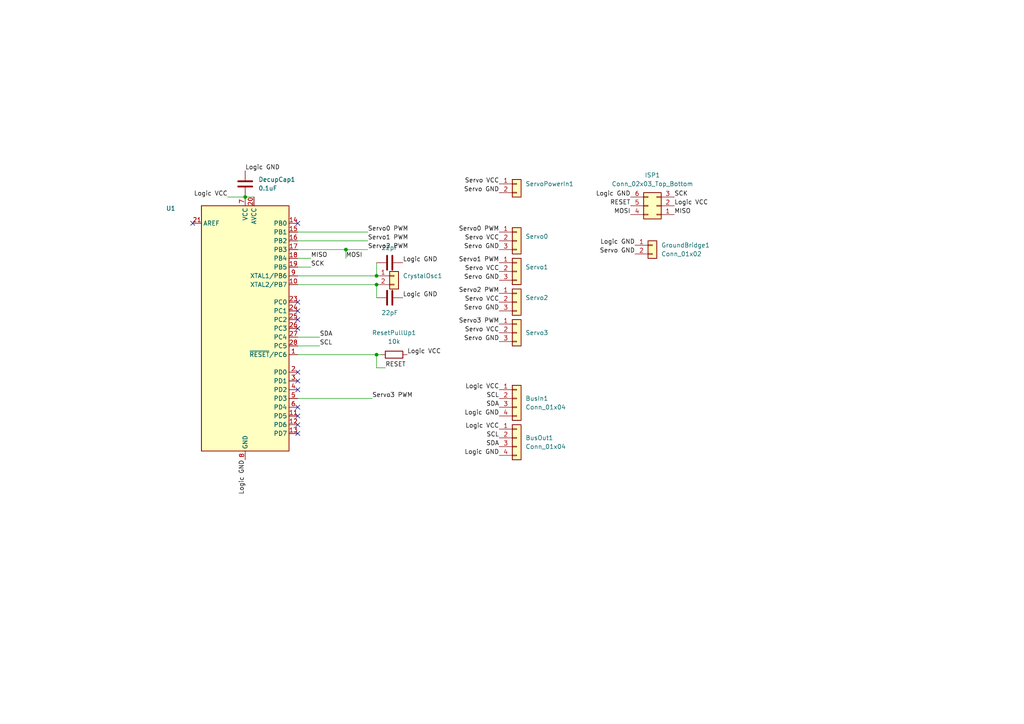
<source format=kicad_sch>
(kicad_sch (version 20211123) (generator eeschema)

  (uuid 9538e4ed-27e6-4c37-b989-9859dc0d49e8)

  (paper "A4")

  (lib_symbols
    (symbol "Conn_01x04_1" (pin_names (offset 1.016) hide) (in_bom yes) (on_board yes)
      (property "Reference" "J" (id 0) (at 0 5.08 0)
        (effects (font (size 1.27 1.27)))
      )
      (property "Value" "Conn_01x04_1" (id 1) (at 0 -7.62 0)
        (effects (font (size 1.27 1.27)))
      )
      (property "Footprint" "" (id 2) (at 0 0 0)
        (effects (font (size 1.27 1.27)) hide)
      )
      (property "Datasheet" "~" (id 3) (at 0 0 0)
        (effects (font (size 1.27 1.27)) hide)
      )
      (property "ki_keywords" "connector" (id 4) (at 0 0 0)
        (effects (font (size 1.27 1.27)) hide)
      )
      (property "ki_description" "Generic connector, single row, 01x04, script generated (kicad-library-utils/schlib/autogen/connector/)" (id 5) (at 0 0 0)
        (effects (font (size 1.27 1.27)) hide)
      )
      (property "ki_fp_filters" "Connector*:*_1x??_*" (id 6) (at 0 0 0)
        (effects (font (size 1.27 1.27)) hide)
      )
      (symbol "Conn_01x04_1_1_1"
        (rectangle (start -1.27 -4.953) (end 0 -5.207)
          (stroke (width 0.1524) (type default) (color 0 0 0 0))
          (fill (type none))
        )
        (rectangle (start -1.27 -2.413) (end 0 -2.667)
          (stroke (width 0.1524) (type default) (color 0 0 0 0))
          (fill (type none))
        )
        (rectangle (start -1.27 0.127) (end 0 -0.127)
          (stroke (width 0.1524) (type default) (color 0 0 0 0))
          (fill (type none))
        )
        (rectangle (start -1.27 2.667) (end 0 2.413)
          (stroke (width 0.1524) (type default) (color 0 0 0 0))
          (fill (type none))
        )
        (rectangle (start -1.27 3.81) (end 1.27 -6.35)
          (stroke (width 0.254) (type default) (color 0 0 0 0))
          (fill (type background))
        )
        (pin passive line (at -5.08 2.54 0) (length 3.81)
          (name "Pin_1" (effects (font (size 1.27 1.27))))
          (number "1" (effects (font (size 1.27 1.27))))
        )
        (pin passive line (at -5.08 0 0) (length 3.81)
          (name "Pin_2" (effects (font (size 1.27 1.27))))
          (number "2" (effects (font (size 1.27 1.27))))
        )
        (pin passive line (at -5.08 -2.54 0) (length 3.81)
          (name "Pin_3" (effects (font (size 1.27 1.27))))
          (number "3" (effects (font (size 1.27 1.27))))
        )
        (pin passive line (at -5.08 -5.08 0) (length 3.81)
          (name "Pin_4" (effects (font (size 1.27 1.27))))
          (number "4" (effects (font (size 1.27 1.27))))
        )
      )
    )
    (symbol "Connector_Generic:Conn_01x02" (pin_names (offset 1.016) hide) (in_bom yes) (on_board yes)
      (property "Reference" "J" (id 0) (at 0 2.54 0)
        (effects (font (size 1.27 1.27)))
      )
      (property "Value" "Conn_01x02" (id 1) (at 0 -5.08 0)
        (effects (font (size 1.27 1.27)))
      )
      (property "Footprint" "" (id 2) (at 0 0 0)
        (effects (font (size 1.27 1.27)) hide)
      )
      (property "Datasheet" "~" (id 3) (at 0 0 0)
        (effects (font (size 1.27 1.27)) hide)
      )
      (property "ki_keywords" "connector" (id 4) (at 0 0 0)
        (effects (font (size 1.27 1.27)) hide)
      )
      (property "ki_description" "Generic connector, single row, 01x02, script generated (kicad-library-utils/schlib/autogen/connector/)" (id 5) (at 0 0 0)
        (effects (font (size 1.27 1.27)) hide)
      )
      (property "ki_fp_filters" "Connector*:*_1x??_*" (id 6) (at 0 0 0)
        (effects (font (size 1.27 1.27)) hide)
      )
      (symbol "Conn_01x02_1_1"
        (rectangle (start -1.27 -2.413) (end 0 -2.667)
          (stroke (width 0.1524) (type default) (color 0 0 0 0))
          (fill (type none))
        )
        (rectangle (start -1.27 0.127) (end 0 -0.127)
          (stroke (width 0.1524) (type default) (color 0 0 0 0))
          (fill (type none))
        )
        (rectangle (start -1.27 1.27) (end 1.27 -3.81)
          (stroke (width 0.254) (type default) (color 0 0 0 0))
          (fill (type background))
        )
        (pin passive line (at -5.08 0 0) (length 3.81)
          (name "Pin_1" (effects (font (size 1.27 1.27))))
          (number "1" (effects (font (size 1.27 1.27))))
        )
        (pin passive line (at -5.08 -2.54 0) (length 3.81)
          (name "Pin_2" (effects (font (size 1.27 1.27))))
          (number "2" (effects (font (size 1.27 1.27))))
        )
      )
    )
    (symbol "Connector_Generic:Conn_01x03" (pin_names (offset 1.016) hide) (in_bom yes) (on_board yes)
      (property "Reference" "J" (id 0) (at 0 5.08 0)
        (effects (font (size 1.27 1.27)))
      )
      (property "Value" "Conn_01x03" (id 1) (at 0 -5.08 0)
        (effects (font (size 1.27 1.27)))
      )
      (property "Footprint" "" (id 2) (at 0 0 0)
        (effects (font (size 1.27 1.27)) hide)
      )
      (property "Datasheet" "~" (id 3) (at 0 0 0)
        (effects (font (size 1.27 1.27)) hide)
      )
      (property "ki_keywords" "connector" (id 4) (at 0 0 0)
        (effects (font (size 1.27 1.27)) hide)
      )
      (property "ki_description" "Generic connector, single row, 01x03, script generated (kicad-library-utils/schlib/autogen/connector/)" (id 5) (at 0 0 0)
        (effects (font (size 1.27 1.27)) hide)
      )
      (property "ki_fp_filters" "Connector*:*_1x??_*" (id 6) (at 0 0 0)
        (effects (font (size 1.27 1.27)) hide)
      )
      (symbol "Conn_01x03_1_1"
        (rectangle (start -1.27 -2.413) (end 0 -2.667)
          (stroke (width 0.1524) (type default) (color 0 0 0 0))
          (fill (type none))
        )
        (rectangle (start -1.27 0.127) (end 0 -0.127)
          (stroke (width 0.1524) (type default) (color 0 0 0 0))
          (fill (type none))
        )
        (rectangle (start -1.27 2.667) (end 0 2.413)
          (stroke (width 0.1524) (type default) (color 0 0 0 0))
          (fill (type none))
        )
        (rectangle (start -1.27 3.81) (end 1.27 -3.81)
          (stroke (width 0.254) (type default) (color 0 0 0 0))
          (fill (type background))
        )
        (pin passive line (at -5.08 2.54 0) (length 3.81)
          (name "Pin_1" (effects (font (size 1.27 1.27))))
          (number "1" (effects (font (size 1.27 1.27))))
        )
        (pin passive line (at -5.08 0 0) (length 3.81)
          (name "Pin_2" (effects (font (size 1.27 1.27))))
          (number "2" (effects (font (size 1.27 1.27))))
        )
        (pin passive line (at -5.08 -2.54 0) (length 3.81)
          (name "Pin_3" (effects (font (size 1.27 1.27))))
          (number "3" (effects (font (size 1.27 1.27))))
        )
      )
    )
    (symbol "Connector_Generic:Conn_01x04" (pin_names (offset 1.016) hide) (in_bom yes) (on_board yes)
      (property "Reference" "J" (id 0) (at 0 5.08 0)
        (effects (font (size 1.27 1.27)))
      )
      (property "Value" "Conn_01x04" (id 1) (at 0 -7.62 0)
        (effects (font (size 1.27 1.27)))
      )
      (property "Footprint" "" (id 2) (at 0 0 0)
        (effects (font (size 1.27 1.27)) hide)
      )
      (property "Datasheet" "~" (id 3) (at 0 0 0)
        (effects (font (size 1.27 1.27)) hide)
      )
      (property "ki_keywords" "connector" (id 4) (at 0 0 0)
        (effects (font (size 1.27 1.27)) hide)
      )
      (property "ki_description" "Generic connector, single row, 01x04, script generated (kicad-library-utils/schlib/autogen/connector/)" (id 5) (at 0 0 0)
        (effects (font (size 1.27 1.27)) hide)
      )
      (property "ki_fp_filters" "Connector*:*_1x??_*" (id 6) (at 0 0 0)
        (effects (font (size 1.27 1.27)) hide)
      )
      (symbol "Conn_01x04_1_1"
        (rectangle (start -1.27 -4.953) (end 0 -5.207)
          (stroke (width 0.1524) (type default) (color 0 0 0 0))
          (fill (type none))
        )
        (rectangle (start -1.27 -2.413) (end 0 -2.667)
          (stroke (width 0.1524) (type default) (color 0 0 0 0))
          (fill (type none))
        )
        (rectangle (start -1.27 0.127) (end 0 -0.127)
          (stroke (width 0.1524) (type default) (color 0 0 0 0))
          (fill (type none))
        )
        (rectangle (start -1.27 2.667) (end 0 2.413)
          (stroke (width 0.1524) (type default) (color 0 0 0 0))
          (fill (type none))
        )
        (rectangle (start -1.27 3.81) (end 1.27 -6.35)
          (stroke (width 0.254) (type default) (color 0 0 0 0))
          (fill (type background))
        )
        (pin passive line (at -5.08 2.54 0) (length 3.81)
          (name "Pin_1" (effects (font (size 1.27 1.27))))
          (number "1" (effects (font (size 1.27 1.27))))
        )
        (pin passive line (at -5.08 0 0) (length 3.81)
          (name "Pin_2" (effects (font (size 1.27 1.27))))
          (number "2" (effects (font (size 1.27 1.27))))
        )
        (pin passive line (at -5.08 -2.54 0) (length 3.81)
          (name "Pin_3" (effects (font (size 1.27 1.27))))
          (number "3" (effects (font (size 1.27 1.27))))
        )
        (pin passive line (at -5.08 -5.08 0) (length 3.81)
          (name "Pin_4" (effects (font (size 1.27 1.27))))
          (number "4" (effects (font (size 1.27 1.27))))
        )
      )
    )
    (symbol "Connector_Generic:Conn_02x03_Top_Bottom" (pin_names (offset 1.016) hide) (in_bom yes) (on_board yes)
      (property "Reference" "J" (id 0) (at 1.27 5.08 0)
        (effects (font (size 1.27 1.27)))
      )
      (property "Value" "Conn_02x03_Top_Bottom" (id 1) (at 1.27 -5.08 0)
        (effects (font (size 1.27 1.27)))
      )
      (property "Footprint" "" (id 2) (at 0 0 0)
        (effects (font (size 1.27 1.27)) hide)
      )
      (property "Datasheet" "~" (id 3) (at 0 0 0)
        (effects (font (size 1.27 1.27)) hide)
      )
      (property "ki_keywords" "connector" (id 4) (at 0 0 0)
        (effects (font (size 1.27 1.27)) hide)
      )
      (property "ki_description" "Generic connector, double row, 02x03, top/bottom pin numbering scheme (row 1: 1...pins_per_row, row2: pins_per_row+1 ... num_pins), script generated (kicad-library-utils/schlib/autogen/connector/)" (id 5) (at 0 0 0)
        (effects (font (size 1.27 1.27)) hide)
      )
      (property "ki_fp_filters" "Connector*:*_2x??_*" (id 6) (at 0 0 0)
        (effects (font (size 1.27 1.27)) hide)
      )
      (symbol "Conn_02x03_Top_Bottom_1_1"
        (rectangle (start -1.27 -2.413) (end 0 -2.667)
          (stroke (width 0.1524) (type default) (color 0 0 0 0))
          (fill (type none))
        )
        (rectangle (start -1.27 0.127) (end 0 -0.127)
          (stroke (width 0.1524) (type default) (color 0 0 0 0))
          (fill (type none))
        )
        (rectangle (start -1.27 2.667) (end 0 2.413)
          (stroke (width 0.1524) (type default) (color 0 0 0 0))
          (fill (type none))
        )
        (rectangle (start -1.27 3.81) (end 3.81 -3.81)
          (stroke (width 0.254) (type default) (color 0 0 0 0))
          (fill (type background))
        )
        (rectangle (start 3.81 -2.413) (end 2.54 -2.667)
          (stroke (width 0.1524) (type default) (color 0 0 0 0))
          (fill (type none))
        )
        (rectangle (start 3.81 0.127) (end 2.54 -0.127)
          (stroke (width 0.1524) (type default) (color 0 0 0 0))
          (fill (type none))
        )
        (rectangle (start 3.81 2.667) (end 2.54 2.413)
          (stroke (width 0.1524) (type default) (color 0 0 0 0))
          (fill (type none))
        )
        (pin passive line (at -5.08 2.54 0) (length 3.81)
          (name "Pin_1" (effects (font (size 1.27 1.27))))
          (number "1" (effects (font (size 1.27 1.27))))
        )
        (pin passive line (at -5.08 0 0) (length 3.81)
          (name "Pin_2" (effects (font (size 1.27 1.27))))
          (number "2" (effects (font (size 1.27 1.27))))
        )
        (pin passive line (at -5.08 -2.54 0) (length 3.81)
          (name "Pin_3" (effects (font (size 1.27 1.27))))
          (number "3" (effects (font (size 1.27 1.27))))
        )
        (pin passive line (at 7.62 2.54 180) (length 3.81)
          (name "Pin_4" (effects (font (size 1.27 1.27))))
          (number "4" (effects (font (size 1.27 1.27))))
        )
        (pin passive line (at 7.62 0 180) (length 3.81)
          (name "Pin_5" (effects (font (size 1.27 1.27))))
          (number "5" (effects (font (size 1.27 1.27))))
        )
        (pin passive line (at 7.62 -2.54 180) (length 3.81)
          (name "Pin_6" (effects (font (size 1.27 1.27))))
          (number "6" (effects (font (size 1.27 1.27))))
        )
      )
    )
    (symbol "Device:C" (pin_numbers hide) (pin_names (offset 0.254)) (in_bom yes) (on_board yes)
      (property "Reference" "C" (id 0) (at 0.635 2.54 0)
        (effects (font (size 1.27 1.27)) (justify left))
      )
      (property "Value" "C" (id 1) (at 0.635 -2.54 0)
        (effects (font (size 1.27 1.27)) (justify left))
      )
      (property "Footprint" "" (id 2) (at 0.9652 -3.81 0)
        (effects (font (size 1.27 1.27)) hide)
      )
      (property "Datasheet" "~" (id 3) (at 0 0 0)
        (effects (font (size 1.27 1.27)) hide)
      )
      (property "ki_keywords" "cap capacitor" (id 4) (at 0 0 0)
        (effects (font (size 1.27 1.27)) hide)
      )
      (property "ki_description" "Unpolarized capacitor" (id 5) (at 0 0 0)
        (effects (font (size 1.27 1.27)) hide)
      )
      (property "ki_fp_filters" "C_*" (id 6) (at 0 0 0)
        (effects (font (size 1.27 1.27)) hide)
      )
      (symbol "C_0_1"
        (polyline
          (pts
            (xy -2.032 -0.762)
            (xy 2.032 -0.762)
          )
          (stroke (width 0.508) (type default) (color 0 0 0 0))
          (fill (type none))
        )
        (polyline
          (pts
            (xy -2.032 0.762)
            (xy 2.032 0.762)
          )
          (stroke (width 0.508) (type default) (color 0 0 0 0))
          (fill (type none))
        )
      )
      (symbol "C_1_1"
        (pin passive line (at 0 3.81 270) (length 2.794)
          (name "~" (effects (font (size 1.27 1.27))))
          (number "1" (effects (font (size 1.27 1.27))))
        )
        (pin passive line (at 0 -3.81 90) (length 2.794)
          (name "~" (effects (font (size 1.27 1.27))))
          (number "2" (effects (font (size 1.27 1.27))))
        )
      )
    )
    (symbol "Device:R" (pin_numbers hide) (pin_names (offset 0)) (in_bom yes) (on_board yes)
      (property "Reference" "R" (id 0) (at 2.032 0 90)
        (effects (font (size 1.27 1.27)))
      )
      (property "Value" "R" (id 1) (at 0 0 90)
        (effects (font (size 1.27 1.27)))
      )
      (property "Footprint" "" (id 2) (at -1.778 0 90)
        (effects (font (size 1.27 1.27)) hide)
      )
      (property "Datasheet" "~" (id 3) (at 0 0 0)
        (effects (font (size 1.27 1.27)) hide)
      )
      (property "ki_keywords" "R res resistor" (id 4) (at 0 0 0)
        (effects (font (size 1.27 1.27)) hide)
      )
      (property "ki_description" "Resistor" (id 5) (at 0 0 0)
        (effects (font (size 1.27 1.27)) hide)
      )
      (property "ki_fp_filters" "R_*" (id 6) (at 0 0 0)
        (effects (font (size 1.27 1.27)) hide)
      )
      (symbol "R_0_1"
        (rectangle (start -1.016 -2.54) (end 1.016 2.54)
          (stroke (width 0.254) (type default) (color 0 0 0 0))
          (fill (type none))
        )
      )
      (symbol "R_1_1"
        (pin passive line (at 0 3.81 270) (length 1.27)
          (name "~" (effects (font (size 1.27 1.27))))
          (number "1" (effects (font (size 1.27 1.27))))
        )
        (pin passive line (at 0 -3.81 90) (length 1.27)
          (name "~" (effects (font (size 1.27 1.27))))
          (number "2" (effects (font (size 1.27 1.27))))
        )
      )
    )
    (symbol "MCU_Microchip_ATmega:ATmega328-P" (in_bom yes) (on_board yes)
      (property "Reference" "U" (id 0) (at -12.7 36.83 0)
        (effects (font (size 1.27 1.27)) (justify left bottom))
      )
      (property "Value" "ATmega328-P" (id 1) (at 2.54 -36.83 0)
        (effects (font (size 1.27 1.27)) (justify left top))
      )
      (property "Footprint" "Package_DIP:DIP-28_W7.62mm" (id 2) (at 0 0 0)
        (effects (font (size 1.27 1.27) italic) hide)
      )
      (property "Datasheet" "http://ww1.microchip.com/downloads/en/DeviceDoc/ATmega328_P%20AVR%20MCU%20with%20picoPower%20Technology%20Data%20Sheet%2040001984A.pdf" (id 3) (at 0 0 0)
        (effects (font (size 1.27 1.27)) hide)
      )
      (property "ki_keywords" "AVR 8bit Microcontroller MegaAVR" (id 4) (at 0 0 0)
        (effects (font (size 1.27 1.27)) hide)
      )
      (property "ki_description" "20MHz, 32kB Flash, 2kB SRAM, 1kB EEPROM, DIP-28" (id 5) (at 0 0 0)
        (effects (font (size 1.27 1.27)) hide)
      )
      (property "ki_fp_filters" "DIP*W7.62mm*" (id 6) (at 0 0 0)
        (effects (font (size 1.27 1.27)) hide)
      )
      (symbol "ATmega328-P_0_1"
        (rectangle (start -12.7 -35.56) (end 12.7 35.56)
          (stroke (width 0.254) (type default) (color 0 0 0 0))
          (fill (type background))
        )
      )
      (symbol "ATmega328-P_1_1"
        (pin bidirectional line (at 15.24 -7.62 180) (length 2.54)
          (name "~{RESET}/PC6" (effects (font (size 1.27 1.27))))
          (number "1" (effects (font (size 1.27 1.27))))
        )
        (pin bidirectional line (at 15.24 12.7 180) (length 2.54)
          (name "XTAL2/PB7" (effects (font (size 1.27 1.27))))
          (number "10" (effects (font (size 1.27 1.27))))
        )
        (pin bidirectional line (at 15.24 -25.4 180) (length 2.54)
          (name "PD5" (effects (font (size 1.27 1.27))))
          (number "11" (effects (font (size 1.27 1.27))))
        )
        (pin bidirectional line (at 15.24 -27.94 180) (length 2.54)
          (name "PD6" (effects (font (size 1.27 1.27))))
          (number "12" (effects (font (size 1.27 1.27))))
        )
        (pin bidirectional line (at 15.24 -30.48 180) (length 2.54)
          (name "PD7" (effects (font (size 1.27 1.27))))
          (number "13" (effects (font (size 1.27 1.27))))
        )
        (pin bidirectional line (at 15.24 30.48 180) (length 2.54)
          (name "PB0" (effects (font (size 1.27 1.27))))
          (number "14" (effects (font (size 1.27 1.27))))
        )
        (pin bidirectional line (at 15.24 27.94 180) (length 2.54)
          (name "PB1" (effects (font (size 1.27 1.27))))
          (number "15" (effects (font (size 1.27 1.27))))
        )
        (pin bidirectional line (at 15.24 25.4 180) (length 2.54)
          (name "PB2" (effects (font (size 1.27 1.27))))
          (number "16" (effects (font (size 1.27 1.27))))
        )
        (pin bidirectional line (at 15.24 22.86 180) (length 2.54)
          (name "PB3" (effects (font (size 1.27 1.27))))
          (number "17" (effects (font (size 1.27 1.27))))
        )
        (pin bidirectional line (at 15.24 20.32 180) (length 2.54)
          (name "PB4" (effects (font (size 1.27 1.27))))
          (number "18" (effects (font (size 1.27 1.27))))
        )
        (pin bidirectional line (at 15.24 17.78 180) (length 2.54)
          (name "PB5" (effects (font (size 1.27 1.27))))
          (number "19" (effects (font (size 1.27 1.27))))
        )
        (pin bidirectional line (at 15.24 -12.7 180) (length 2.54)
          (name "PD0" (effects (font (size 1.27 1.27))))
          (number "2" (effects (font (size 1.27 1.27))))
        )
        (pin power_in line (at 2.54 38.1 270) (length 2.54)
          (name "AVCC" (effects (font (size 1.27 1.27))))
          (number "20" (effects (font (size 1.27 1.27))))
        )
        (pin passive line (at -15.24 30.48 0) (length 2.54)
          (name "AREF" (effects (font (size 1.27 1.27))))
          (number "21" (effects (font (size 1.27 1.27))))
        )
        (pin passive line (at 0 -38.1 90) (length 2.54) hide
          (name "GND" (effects (font (size 1.27 1.27))))
          (number "22" (effects (font (size 1.27 1.27))))
        )
        (pin bidirectional line (at 15.24 7.62 180) (length 2.54)
          (name "PC0" (effects (font (size 1.27 1.27))))
          (number "23" (effects (font (size 1.27 1.27))))
        )
        (pin bidirectional line (at 15.24 5.08 180) (length 2.54)
          (name "PC1" (effects (font (size 1.27 1.27))))
          (number "24" (effects (font (size 1.27 1.27))))
        )
        (pin bidirectional line (at 15.24 2.54 180) (length 2.54)
          (name "PC2" (effects (font (size 1.27 1.27))))
          (number "25" (effects (font (size 1.27 1.27))))
        )
        (pin bidirectional line (at 15.24 0 180) (length 2.54)
          (name "PC3" (effects (font (size 1.27 1.27))))
          (number "26" (effects (font (size 1.27 1.27))))
        )
        (pin bidirectional line (at 15.24 -2.54 180) (length 2.54)
          (name "PC4" (effects (font (size 1.27 1.27))))
          (number "27" (effects (font (size 1.27 1.27))))
        )
        (pin bidirectional line (at 15.24 -5.08 180) (length 2.54)
          (name "PC5" (effects (font (size 1.27 1.27))))
          (number "28" (effects (font (size 1.27 1.27))))
        )
        (pin bidirectional line (at 15.24 -15.24 180) (length 2.54)
          (name "PD1" (effects (font (size 1.27 1.27))))
          (number "3" (effects (font (size 1.27 1.27))))
        )
        (pin bidirectional line (at 15.24 -17.78 180) (length 2.54)
          (name "PD2" (effects (font (size 1.27 1.27))))
          (number "4" (effects (font (size 1.27 1.27))))
        )
        (pin bidirectional line (at 15.24 -20.32 180) (length 2.54)
          (name "PD3" (effects (font (size 1.27 1.27))))
          (number "5" (effects (font (size 1.27 1.27))))
        )
        (pin bidirectional line (at 15.24 -22.86 180) (length 2.54)
          (name "PD4" (effects (font (size 1.27 1.27))))
          (number "6" (effects (font (size 1.27 1.27))))
        )
        (pin power_in line (at 0 38.1 270) (length 2.54)
          (name "VCC" (effects (font (size 1.27 1.27))))
          (number "7" (effects (font (size 1.27 1.27))))
        )
        (pin power_in line (at 0 -38.1 90) (length 2.54)
          (name "GND" (effects (font (size 1.27 1.27))))
          (number "8" (effects (font (size 1.27 1.27))))
        )
        (pin bidirectional line (at 15.24 15.24 180) (length 2.54)
          (name "XTAL1/PB6" (effects (font (size 1.27 1.27))))
          (number "9" (effects (font (size 1.27 1.27))))
        )
      )
    )
  )

  (junction (at 71.12 57.15) (diameter 0) (color 0 0 0 0)
    (uuid 11b8beba-e90c-4368-b00b-daa0e884d481)
  )
  (junction (at 109.22 102.87) (diameter 0) (color 0 0 0 0)
    (uuid 46e0cebb-3eac-4226-ba0b-05e25971429e)
  )
  (junction (at 100.33 72.39) (diameter 0) (color 0 0 0 0)
    (uuid dc2d36c3-f4c9-484d-a532-a38278dfe640)
  )
  (junction (at 109.22 82.55) (diameter 0) (color 0 0 0 0)
    (uuid e0e731f4-4207-4d29-8843-f1230d130b30)
  )
  (junction (at 109.22 80.01) (diameter 0) (color 0 0 0 0)
    (uuid f2c98944-93a1-4acc-91b1-15f036247f40)
  )

  (no_connect (at 86.36 64.77) (uuid 0af1eb22-8db0-47d8-8cb9-1889a61ef4ed))
  (no_connect (at 86.36 118.11) (uuid 0af1eb22-8db0-47d8-8cb9-1889a61ef4f0))
  (no_connect (at 86.36 120.65) (uuid 0af1eb22-8db0-47d8-8cb9-1889a61ef4f1))
  (no_connect (at 86.36 125.73) (uuid 0af1eb22-8db0-47d8-8cb9-1889a61ef4f2))
  (no_connect (at 86.36 123.19) (uuid 0af1eb22-8db0-47d8-8cb9-1889a61ef4f3))
  (no_connect (at 55.88 64.77) (uuid 0af1eb22-8db0-47d8-8cb9-1889a61ef4f4))
  (no_connect (at 86.36 90.17) (uuid 0af1eb22-8db0-47d8-8cb9-1889a61ef4f6))
  (no_connect (at 86.36 92.71) (uuid 0af1eb22-8db0-47d8-8cb9-1889a61ef4f7))
  (no_connect (at 86.36 95.25) (uuid 0af1eb22-8db0-47d8-8cb9-1889a61ef4f8))
  (no_connect (at 86.36 87.63) (uuid 0af1eb22-8db0-47d8-8cb9-1889a61ef4fe))
  (no_connect (at 86.36 113.03) (uuid 0af1eb22-8db0-47d8-8cb9-1889a61ef4ff))
  (no_connect (at 86.36 107.95) (uuid 0af1eb22-8db0-47d8-8cb9-1889a61ef500))
  (no_connect (at 86.36 110.49) (uuid 0af1eb22-8db0-47d8-8cb9-1889a61ef501))

  (wire (pts (xy 86.36 77.47) (xy 90.17 77.47))
    (stroke (width 0) (type default) (color 0 0 0 0))
    (uuid 05f7a41d-f278-4da3-a466-38b107bd1543)
  )
  (wire (pts (xy 86.36 82.55) (xy 109.22 82.55))
    (stroke (width 0) (type default) (color 0 0 0 0))
    (uuid 11a6e40f-736e-4ff5-aebc-79ef7aa0d244)
  )
  (wire (pts (xy 86.36 102.87) (xy 109.22 102.87))
    (stroke (width 0) (type default) (color 0 0 0 0))
    (uuid 1c95cacd-6936-48ec-a7c6-aab78eb2eb32)
  )
  (wire (pts (xy 86.36 67.31) (xy 106.68 67.31))
    (stroke (width 0) (type default) (color 0 0 0 0))
    (uuid 1f46bb9b-7d3e-4e21-b243-cd7927875b67)
  )
  (wire (pts (xy 100.33 72.39) (xy 106.68 72.39))
    (stroke (width 0) (type default) (color 0 0 0 0))
    (uuid 4299c95d-d023-48bb-a76f-27b2ce274c21)
  )
  (wire (pts (xy 109.22 102.87) (xy 110.49 102.87))
    (stroke (width 0) (type default) (color 0 0 0 0))
    (uuid 45d74da9-b66f-463e-993f-7569ae8c14ac)
  )
  (wire (pts (xy 86.36 97.79) (xy 92.71 97.79))
    (stroke (width 0) (type default) (color 0 0 0 0))
    (uuid 5852443c-d6b1-414f-a479-20b446edd309)
  )
  (wire (pts (xy 86.36 100.33) (xy 92.71 100.33))
    (stroke (width 0) (type default) (color 0 0 0 0))
    (uuid 5c3e39fe-b953-440e-afb3-f8bf1d0b3bb4)
  )
  (wire (pts (xy 86.36 69.85) (xy 106.68 69.85))
    (stroke (width 0) (type default) (color 0 0 0 0))
    (uuid 5cad4ea4-67e9-45df-ba12-36ff525d7b68)
  )
  (wire (pts (xy 100.33 72.39) (xy 100.33 74.93))
    (stroke (width 0) (type default) (color 0 0 0 0))
    (uuid 5e55557d-d40e-4fbc-ab37-78de8bbb0d96)
  )
  (wire (pts (xy 109.22 76.2) (xy 109.22 80.01))
    (stroke (width 0) (type default) (color 0 0 0 0))
    (uuid 65178e1b-2d96-4d99-b9f4-36db6699e059)
  )
  (wire (pts (xy 86.36 80.01) (xy 109.22 80.01))
    (stroke (width 0) (type default) (color 0 0 0 0))
    (uuid 733a0a39-cbdc-4e43-ad8a-3b5860abfbd8)
  )
  (wire (pts (xy 86.36 72.39) (xy 100.33 72.39))
    (stroke (width 0) (type default) (color 0 0 0 0))
    (uuid 75e392ba-7c3f-400d-bc78-10992bc8ab11)
  )
  (wire (pts (xy 71.12 57.15) (xy 73.66 57.15))
    (stroke (width 0) (type default) (color 0 0 0 0))
    (uuid 7a86bf7d-69ff-410f-8ee7-d09db8d8408f)
  )
  (wire (pts (xy 109.22 106.68) (xy 109.22 102.87))
    (stroke (width 0) (type default) (color 0 0 0 0))
    (uuid 88fc82c8-5e16-4091-b799-65617766f810)
  )
  (wire (pts (xy 109.22 82.55) (xy 109.22 86.36))
    (stroke (width 0) (type default) (color 0 0 0 0))
    (uuid 8b6d78ee-5bb9-4548-a25f-61417ce59b55)
  )
  (wire (pts (xy 86.36 74.93) (xy 90.17 74.93))
    (stroke (width 0) (type default) (color 0 0 0 0))
    (uuid bed41b3d-df42-4ef7-9af2-4f2287bc3255)
  )
  (wire (pts (xy 86.36 115.57) (xy 107.95 115.57))
    (stroke (width 0) (type default) (color 0 0 0 0))
    (uuid c5cc9390-6025-4bb0-bef6-df7371696608)
  )
  (wire (pts (xy 66.04 57.15) (xy 71.12 57.15))
    (stroke (width 0) (type default) (color 0 0 0 0))
    (uuid c7062c58-9a27-4d89-9a6e-9bc793667f65)
  )
  (wire (pts (xy 111.76 106.68) (xy 109.22 106.68))
    (stroke (width 0) (type default) (color 0 0 0 0))
    (uuid ca2a547a-c33a-4d71-888e-4fd98f8cc938)
  )

  (label "Logic VCC" (at 195.58 59.69 0)
    (effects (font (size 1.27 1.27)) (justify left bottom))
    (uuid 00134217-e3c0-4305-be9f-92e99ff940f4)
  )
  (label "SDA" (at 92.71 97.79 0)
    (effects (font (size 1.27 1.27)) (justify left bottom))
    (uuid 0397028d-8f22-4141-8ca0-734f3a73e3a7)
  )
  (label "SCK" (at 90.17 77.47 0)
    (effects (font (size 1.27 1.27)) (justify left bottom))
    (uuid 06a42422-c9ea-4ab2-acf7-ad6269a0448d)
  )
  (label "MISO" (at 195.58 62.23 0)
    (effects (font (size 1.27 1.27)) (justify left bottom))
    (uuid 0888cdc9-21ca-4495-b1ea-98a0130ab1c1)
  )
  (label "Servo GND" (at 144.78 90.17 180)
    (effects (font (size 1.27 1.27)) (justify right bottom))
    (uuid 0db716fc-76e7-42d1-8461-626c346ff7b4)
  )
  (label "SCL" (at 144.78 115.57 180)
    (effects (font (size 1.27 1.27)) (justify right bottom))
    (uuid 152e88e2-10fd-4968-81be-a4dad9cd656d)
  )
  (label "Servo0 PWM" (at 106.68 67.31 0)
    (effects (font (size 1.27 1.27)) (justify left bottom))
    (uuid 1c96deaf-59e7-44cb-a32f-b4c65c7f7115)
  )
  (label "Logic GND" (at 71.12 133.35 270)
    (effects (font (size 1.27 1.27)) (justify right bottom))
    (uuid 1cdb180c-64ac-4331-bc3b-a8481ab13469)
  )
  (label "Servo GND" (at 144.78 99.06 180)
    (effects (font (size 1.27 1.27)) (justify right bottom))
    (uuid 229e1897-e452-4eaf-866c-4941af1f8879)
  )
  (label "Logic GND" (at 116.84 86.36 0)
    (effects (font (size 1.27 1.27)) (justify left bottom))
    (uuid 254aeef5-233e-435c-a8f7-742adee65ba0)
  )
  (label "Servo2 PWM" (at 106.68 72.39 0)
    (effects (font (size 1.27 1.27)) (justify left bottom))
    (uuid 2785800b-1a38-48ff-85a7-850261b8be1d)
  )
  (label "SCK" (at 195.58 57.15 0)
    (effects (font (size 1.27 1.27)) (justify left bottom))
    (uuid 2807793f-2348-49f9-9dc3-4463159e5569)
  )
  (label "MOSI" (at 182.88 62.23 180)
    (effects (font (size 1.27 1.27)) (justify right bottom))
    (uuid 2a7e2a20-4c4a-4b0e-9d71-89965e2081a8)
  )
  (label "SCL" (at 144.78 127 180)
    (effects (font (size 1.27 1.27)) (justify right bottom))
    (uuid 35601600-1163-4a53-8b40-dd539dfa5206)
  )
  (label "Servo3 PWM" (at 107.95 115.57 0)
    (effects (font (size 1.27 1.27)) (justify left bottom))
    (uuid 3f15f7e1-6573-4abc-8253-117352fcf348)
  )
  (label "Servo VCC" (at 144.78 78.74 180)
    (effects (font (size 1.27 1.27)) (justify right bottom))
    (uuid 430a0440-1ef8-49d2-aab0-b88ea74a8798)
  )
  (label "Logic VCC" (at 118.11 102.87 0)
    (effects (font (size 1.27 1.27)) (justify left bottom))
    (uuid 441567ee-1098-4bde-a9ac-02919763ab04)
  )
  (label "Servo0 PWM" (at 144.78 67.31 180)
    (effects (font (size 1.27 1.27)) (justify right bottom))
    (uuid 451eac64-965a-410c-b4e9-0f8cb31c7d32)
  )
  (label "Servo GND" (at 144.78 81.28 180)
    (effects (font (size 1.27 1.27)) (justify right bottom))
    (uuid 516fa6b7-f5eb-4b89-b5e8-dd8345cd4c59)
  )
  (label "SDA" (at 144.78 129.54 180)
    (effects (font (size 1.27 1.27)) (justify right bottom))
    (uuid 5c56b697-336a-4e25-b0bd-f7bf8ac44b86)
  )
  (label "Logic GND" (at 116.84 76.2 0)
    (effects (font (size 1.27 1.27)) (justify left bottom))
    (uuid 5cc04aae-153f-46c2-9ada-74b847d93476)
  )
  (label "Servo VCC" (at 144.78 87.63 180)
    (effects (font (size 1.27 1.27)) (justify right bottom))
    (uuid 6009ce6a-75c0-4376-9eee-fb2c2b3d4e3d)
  )
  (label "RESET" (at 111.76 106.68 0)
    (effects (font (size 1.27 1.27)) (justify left bottom))
    (uuid 62664196-ab9a-47a3-bdde-ec51441c6fdd)
  )
  (label "Servo2 PWM" (at 144.78 85.09 180)
    (effects (font (size 1.27 1.27)) (justify right bottom))
    (uuid 66cb25f8-a2f3-48ae-a9d4-9930c18b933f)
  )
  (label "RESET" (at 182.88 59.69 180)
    (effects (font (size 1.27 1.27)) (justify right bottom))
    (uuid 6cebb2af-5fdc-4ed2-9418-7a7f26098578)
  )
  (label "Servo GND" (at 184.15 73.66 180)
    (effects (font (size 1.27 1.27)) (justify right bottom))
    (uuid 6fd5e3a9-c40b-4c6d-9a06-6161d1e01711)
  )
  (label "SDA" (at 144.78 118.11 180)
    (effects (font (size 1.27 1.27)) (justify right bottom))
    (uuid 7530f27a-0623-459e-b46a-bd95ac2e50b1)
  )
  (label "Servo VCC" (at 144.78 96.52 180)
    (effects (font (size 1.27 1.27)) (justify right bottom))
    (uuid 791e4076-f916-4a94-ae84-d8d7501c8fe1)
  )
  (label "Servo GND" (at 144.78 72.39 180)
    (effects (font (size 1.27 1.27)) (justify right bottom))
    (uuid 87534b58-e0c1-4c68-aa23-f05c1223053a)
  )
  (label "Servo3 PWM" (at 144.78 93.98 180)
    (effects (font (size 1.27 1.27)) (justify right bottom))
    (uuid 88ba1754-b172-43b0-809b-d93161ae755e)
  )
  (label "Servo GND" (at 144.78 55.88 180)
    (effects (font (size 1.27 1.27)) (justify right bottom))
    (uuid 90d9b6ac-b529-45c9-b457-b18c39ae2b63)
  )
  (label "Logic GND" (at 144.78 132.08 180)
    (effects (font (size 1.27 1.27)) (justify right bottom))
    (uuid 98931a8c-eb96-410d-8ad3-723dec16ecc3)
  )
  (label "Logic VCC" (at 144.78 113.03 180)
    (effects (font (size 1.27 1.27)) (justify right bottom))
    (uuid a35be4cb-149a-4dbb-87ad-c2760e574abb)
  )
  (label "Servo VCC" (at 144.78 69.85 180)
    (effects (font (size 1.27 1.27)) (justify right bottom))
    (uuid a58437a2-c5aa-4e3b-8457-8df1c17493b6)
  )
  (label "Servo1 PWM" (at 106.68 69.85 0)
    (effects (font (size 1.27 1.27)) (justify left bottom))
    (uuid a6995bb7-c401-4c91-8ce6-90935acf121d)
  )
  (label "Servo VCC" (at 144.78 53.34 180)
    (effects (font (size 1.27 1.27)) (justify right bottom))
    (uuid a7d2451a-aa47-4e81-a909-9695bc5d57c9)
  )
  (label "Logic GND" (at 144.78 120.65 180)
    (effects (font (size 1.27 1.27)) (justify right bottom))
    (uuid adf60c08-3232-4374-b3a3-0ff9cebb05cb)
  )
  (label "MISO" (at 90.17 74.93 0)
    (effects (font (size 1.27 1.27)) (justify left bottom))
    (uuid b84a167c-f068-4b44-85c4-d37eab3538df)
  )
  (label "Logic GND" (at 184.15 71.12 180)
    (effects (font (size 1.27 1.27)) (justify right bottom))
    (uuid bf41411e-3f12-48d8-b48b-6356df3581c7)
  )
  (label "Logic VCC" (at 66.04 57.15 180)
    (effects (font (size 1.27 1.27)) (justify right bottom))
    (uuid c933a77a-5f36-42fe-b1f0-c809319f4ad7)
  )
  (label "MOSI" (at 100.33 74.93 0)
    (effects (font (size 1.27 1.27)) (justify left bottom))
    (uuid d3710a8c-69ba-4b05-93cb-d56190abb03e)
  )
  (label "SCL" (at 92.71 100.33 0)
    (effects (font (size 1.27 1.27)) (justify left bottom))
    (uuid d6a5bf0e-82ca-4964-8933-acea2b7b318d)
  )
  (label "Logic GND" (at 71.12 49.53 0)
    (effects (font (size 1.27 1.27)) (justify left bottom))
    (uuid e0c5b789-b8f4-4547-bb13-9b7dfd52cb88)
  )
  (label "Logic GND" (at 182.88 57.15 180)
    (effects (font (size 1.27 1.27)) (justify right bottom))
    (uuid ebbc43d7-2147-4d2a-b371-d13ee6abe148)
  )
  (label "Logic VCC" (at 144.78 124.46 180)
    (effects (font (size 1.27 1.27)) (justify right bottom))
    (uuid f86a8213-ae27-4830-955d-45cd975acc54)
  )
  (label "Servo1 PWM" (at 144.78 76.2 180)
    (effects (font (size 1.27 1.27)) (justify right bottom))
    (uuid f9de72ca-73a8-42c2-920c-069272dd3130)
  )

  (symbol (lib_id "Device:C") (at 71.12 53.34 0) (unit 1)
    (in_bom yes) (on_board yes) (fields_autoplaced)
    (uuid 22836cbb-7b01-4845-8703-26ea7e6cc54c)
    (property "Reference" "DecupCap1" (id 0) (at 74.93 52.0699 0)
      (effects (font (size 1.27 1.27)) (justify left))
    )
    (property "Value" "0.1uF" (id 1) (at 74.93 54.6099 0)
      (effects (font (size 1.27 1.27)) (justify left))
    )
    (property "Footprint" "Capacitor_THT:C_Disc_D4.3mm_W1.9mm_P5.00mm" (id 2) (at 72.0852 57.15 0)
      (effects (font (size 1.27 1.27)) hide)
    )
    (property "Datasheet" "~" (id 3) (at 71.12 53.34 0)
      (effects (font (size 1.27 1.27)) hide)
    )
    (pin "1" (uuid 2cf6b1d5-b7d9-4f7f-b4d0-afe73962c58f))
    (pin "2" (uuid f8b88918-68f4-414d-aa02-a9cf5db5c9b0))
  )

  (symbol (lib_id "Device:C") (at 113.03 76.2 90) (unit 1)
    (in_bom yes) (on_board yes) (fields_autoplaced)
    (uuid 24c6f03f-d27d-405d-882d-1b3313c7f159)
    (property "Reference" "OscCap1" (id 0) (at 113.03 68.58 90)
      (effects (font (size 1.27 1.27)) hide)
    )
    (property "Value" "" (id 1) (at 113.03 71.12 90)
      (effects (font (size 1.27 1.27)) (justify bottom))
    )
    (property "Footprint" "" (id 2) (at 116.84 75.2348 0)
      (effects (font (size 1.27 1.27)) hide)
    )
    (property "Datasheet" "~" (id 3) (at 113.03 76.2 0)
      (effects (font (size 1.27 1.27)) hide)
    )
    (pin "1" (uuid 48e6562c-fac8-4b42-a3a2-d6f43a18b390))
    (pin "2" (uuid 83349298-d6ed-43d1-ae86-e3f57aec828b))
  )

  (symbol (lib_id "Device:C") (at 113.03 86.36 90) (mirror x) (unit 1)
    (in_bom yes) (on_board yes)
    (uuid 2c92a7e2-b851-4818-8b3a-d26317a80ca8)
    (property "Reference" "OscCap2" (id 0) (at 113.03 93.98 90)
      (effects (font (size 1.27 1.27)) (justify bottom) hide)
    )
    (property "Value" "" (id 1) (at 113.03 91.44 90)
      (effects (font (size 1.27 1.27)) (justify bottom))
    )
    (property "Footprint" "" (id 2) (at 116.84 87.3252 0)
      (effects (font (size 1.27 1.27)) hide)
    )
    (property "Datasheet" "~" (id 3) (at 113.03 86.36 0)
      (effects (font (size 1.27 1.27)) hide)
    )
    (pin "1" (uuid 8f9d60d7-860b-4215-a223-bc59b34107a2))
    (pin "2" (uuid e54dfa6d-f68b-4fd6-abac-2262be0c80e5))
  )

  (symbol (lib_id "Connector_Generic:Conn_01x03") (at 149.86 96.52 0) (unit 1)
    (in_bom yes) (on_board yes) (fields_autoplaced)
    (uuid 3eb3f2ed-ea56-4d51-b03b-de3f41c24265)
    (property "Reference" "Servo3" (id 0) (at 152.4 96.5199 0)
      (effects (font (size 1.27 1.27)) (justify left))
    )
    (property "Value" "Conn_01x03" (id 1) (at 152.4 97.7899 0)
      (effects (font (size 1.27 1.27)) (justify left) hide)
    )
    (property "Footprint" "Connector_PinHeader_2.54mm:PinHeader_1x03_P2.54mm_Horizontal" (id 2) (at 149.86 96.52 0)
      (effects (font (size 1.27 1.27)) hide)
    )
    (property "Datasheet" "~" (id 3) (at 149.86 96.52 0)
      (effects (font (size 1.27 1.27)) hide)
    )
    (pin "1" (uuid 519ca264-8d12-4e7b-8f2b-27212a0d794c))
    (pin "2" (uuid 5ed7e370-abac-49e2-a869-7466efb26266))
    (pin "3" (uuid 07bb7038-ab30-4815-9c2c-b3a8370e6d64))
  )

  (symbol (lib_id "Connector_Generic:Conn_01x03") (at 149.86 69.85 0) (unit 1)
    (in_bom yes) (on_board yes) (fields_autoplaced)
    (uuid 4cb4ec2e-02f5-4446-8447-db3933681d2a)
    (property "Reference" "Servo0" (id 0) (at 152.4 68.5799 0)
      (effects (font (size 1.27 1.27)) (justify left))
    )
    (property "Value" "Conn_01x03" (id 1) (at 152.4 71.1199 0)
      (effects (font (size 1.27 1.27)) (justify left) hide)
    )
    (property "Footprint" "Connector_PinHeader_2.54mm:PinHeader_1x03_P2.54mm_Horizontal" (id 2) (at 149.86 69.85 0)
      (effects (font (size 1.27 1.27)) hide)
    )
    (property "Datasheet" "~" (id 3) (at 149.86 69.85 0)
      (effects (font (size 1.27 1.27)) hide)
    )
    (pin "1" (uuid 44caae53-1a52-43c9-bdd2-601a68a99b9d))
    (pin "2" (uuid 6e58d35e-842e-41f9-b302-a0606bc2c8e5))
    (pin "3" (uuid 7622577b-cb45-48f8-91b9-adcbe403ee14))
  )

  (symbol (lib_id "Connector_Generic:Conn_01x02") (at 149.86 53.34 0) (unit 1)
    (in_bom yes) (on_board yes) (fields_autoplaced)
    (uuid 67b7fea6-329c-4742-86d8-18091aea6301)
    (property "Reference" "ServoPowerIn1" (id 0) (at 152.4 53.3399 0)
      (effects (font (size 1.27 1.27)) (justify left))
    )
    (property "Value" "Conn_01x02" (id 1) (at 152.4 55.8799 0)
      (effects (font (size 1.27 1.27)) (justify left) hide)
    )
    (property "Footprint" "Connector_Molex:Molex_KK-254_AE-6410-02A_1x02_P2.54mm_Vertical" (id 2) (at 149.86 53.34 0)
      (effects (font (size 1.27 1.27)) hide)
    )
    (property "Datasheet" "~" (id 3) (at 149.86 53.34 0)
      (effects (font (size 1.27 1.27)) hide)
    )
    (pin "1" (uuid d4caa2d4-1237-40dd-8e1f-7d1e6fffd401))
    (pin "2" (uuid f88ae01c-ce82-45b2-b5c7-d8bdf09a8203))
  )

  (symbol (lib_id "Connector_Generic:Conn_01x03") (at 149.86 78.74 0) (unit 1)
    (in_bom yes) (on_board yes) (fields_autoplaced)
    (uuid 772b2560-c224-4933-9225-40be66422908)
    (property "Reference" "Servo1" (id 0) (at 152.4 77.4699 0)
      (effects (font (size 1.27 1.27)) (justify left))
    )
    (property "Value" "Conn_01x03" (id 1) (at 152.4 80.0099 0)
      (effects (font (size 1.27 1.27)) (justify left) hide)
    )
    (property "Footprint" "Connector_PinHeader_2.54mm:PinHeader_1x03_P2.54mm_Horizontal" (id 2) (at 149.86 78.74 0)
      (effects (font (size 1.27 1.27)) hide)
    )
    (property "Datasheet" "~" (id 3) (at 149.86 78.74 0)
      (effects (font (size 1.27 1.27)) hide)
    )
    (pin "1" (uuid 748aaee6-99ae-41ad-8caa-46dcb39df129))
    (pin "2" (uuid 6d7729f9-9d51-4b7c-bb0a-c926d4ef9093))
    (pin "3" (uuid 8f43871f-66bd-48f6-8a27-9d3168ee9b0c))
  )

  (symbol (lib_id "Connector_Generic:Conn_01x02") (at 189.23 71.12 0) (unit 1)
    (in_bom yes) (on_board yes) (fields_autoplaced)
    (uuid 7f11fa3c-3c0f-4e72-8896-45b064c196c7)
    (property "Reference" "GroundBridge1" (id 0) (at 191.77 71.1199 0)
      (effects (font (size 1.27 1.27)) (justify left))
    )
    (property "Value" "Conn_01x02" (id 1) (at 191.77 73.6599 0)
      (effects (font (size 1.27 1.27)) (justify left))
    )
    (property "Footprint" "Connector_PinHeader_2.54mm:PinHeader_1x02_P2.54mm_Vertical" (id 2) (at 189.23 71.12 0)
      (effects (font (size 1.27 1.27)) hide)
    )
    (property "Datasheet" "~" (id 3) (at 189.23 71.12 0)
      (effects (font (size 1.27 1.27)) hide)
    )
    (pin "1" (uuid 80a0c315-f3d8-4303-86dc-8925173c10d6))
    (pin "2" (uuid 05871fc2-7d7b-4505-9e6b-d9ef13019652))
  )

  (symbol (lib_id "Connector_Generic:Conn_01x02") (at 114.3 80.01 0) (unit 1)
    (in_bom yes) (on_board yes) (fields_autoplaced)
    (uuid 853144e9-e67e-4fa5-bd13-278bf712b3b7)
    (property "Reference" "CrystalOsc1" (id 0) (at 116.84 80.0099 0)
      (effects (font (size 1.27 1.27)) (justify left))
    )
    (property "Value" "Conn_01x02" (id 1) (at 116.84 82.5499 0)
      (effects (font (size 1.27 1.27)) (justify left) hide)
    )
    (property "Footprint" "Crystal:Crystal_HC49-4H_Vertical" (id 2) (at 114.3 80.01 0)
      (effects (font (size 1.27 1.27)) hide)
    )
    (property "Datasheet" "~" (id 3) (at 114.3 80.01 0)
      (effects (font (size 1.27 1.27)) hide)
    )
    (pin "1" (uuid 75cb9279-f129-40ac-9493-fcb2935e8fa2))
    (pin "2" (uuid 1fc1f58c-988a-4d66-8f1a-f69ad0b19749))
  )

  (symbol (lib_id "MCU_Microchip_ATmega:ATmega328-P") (at 71.12 95.25 0) (unit 1)
    (in_bom yes) (on_board yes) (fields_autoplaced)
    (uuid b8f93d9e-3376-48f0-bc60-af47ca8099cf)
    (property "Reference" "U1" (id 0) (at 49.53 60.4393 0))
    (property "Value" "ATmega328-P" (id 1) (at 49.53 62.9793 0)
      (effects (font (size 1.27 1.27)) hide)
    )
    (property "Footprint" "Package_DIP:DIP-28_W7.62mm_Socket" (id 2) (at 71.12 95.25 0)
      (effects (font (size 1.27 1.27) italic) hide)
    )
    (property "Datasheet" "http://ww1.microchip.com/downloads/en/DeviceDoc/ATmega328_P%20AVR%20MCU%20with%20picoPower%20Technology%20Data%20Sheet%2040001984A.pdf" (id 3) (at 71.12 95.25 0)
      (effects (font (size 1.27 1.27)) hide)
    )
    (pin "1" (uuid c8d33ae3-b1bb-425c-9632-1a5ff0a82f74))
    (pin "10" (uuid f102e821-7127-4fff-ac26-eb6d03ccdf05))
    (pin "11" (uuid 5e20d763-c921-4d63-a858-87fb60de84b1))
    (pin "12" (uuid bd72c5fa-1dbb-45a7-a8cc-b54e08de1542))
    (pin "13" (uuid 5d6a8fee-0f28-4bb9-866f-abcc0089d992))
    (pin "14" (uuid 9df6f9ef-cb34-4f37-ab2b-899e9268ad06))
    (pin "15" (uuid 4fdb285e-eeb6-4771-90b6-c7689b4ef4bc))
    (pin "16" (uuid 520536b8-173a-4330-a5d3-1ea2b3d01cc1))
    (pin "17" (uuid 6729d992-881d-49eb-bf82-7ed0b3e17c26))
    (pin "18" (uuid 4f5c7825-f151-475a-994f-314420c1d9e4))
    (pin "19" (uuid cd0fde5f-7c66-4ac4-8628-621a7f363a34))
    (pin "2" (uuid 44aa47bd-365c-4577-80d5-7553d9d014dc))
    (pin "20" (uuid a7956c98-3751-48f8-9cf9-52e42f508bcd))
    (pin "21" (uuid 02b7b349-66c5-48c5-9dff-d4bd2ab5754e))
    (pin "22" (uuid ff2b007a-1051-433e-89e1-2c6a6ce772b7))
    (pin "23" (uuid bacbe3d3-6f50-4a71-b037-4286caca8a01))
    (pin "24" (uuid 7030eb79-dc96-459b-8c83-5cdc3077b868))
    (pin "25" (uuid 03ef7221-9fdd-4d00-b6be-e31f84ede9bb))
    (pin "26" (uuid f7a8d521-528d-4c3e-8f36-18a7d1e7b579))
    (pin "27" (uuid 96146dfa-bf7c-437d-9aba-b0962b1d455d))
    (pin "28" (uuid 33d2cf6a-17a8-43d8-8e4d-4b0233bee5d3))
    (pin "3" (uuid e4ed55e5-1cb8-43e3-9354-acf98aa8a2a0))
    (pin "4" (uuid 627acdfd-3512-473a-b188-1aec9c8bfe60))
    (pin "5" (uuid c3d0a12e-720e-4555-9147-e48f3bcc60b5))
    (pin "6" (uuid dc57fc7f-ac0a-4abc-9ee6-49dd5a65998a))
    (pin "7" (uuid 16595c5e-947e-4356-a721-4de7af140f24))
    (pin "8" (uuid 168b849d-a11f-4345-8475-a8c5dc9976f6))
    (pin "9" (uuid d63d48bb-8353-4f86-81fa-3af96f4dae35))
  )

  (symbol (lib_id "Device:R") (at 114.3 102.87 90) (unit 1)
    (in_bom yes) (on_board yes) (fields_autoplaced)
    (uuid bf4fbc5f-9b84-49ee-b66b-9fbbb642fee8)
    (property "Reference" "ResetPullUp1" (id 0) (at 114.3 96.52 90))
    (property "Value" "10k" (id 1) (at 114.3 99.06 90))
    (property "Footprint" "Resistor_THT:R_Axial_DIN0204_L3.6mm_D1.6mm_P5.08mm_Horizontal" (id 2) (at 114.3 104.648 90)
      (effects (font (size 1.27 1.27)) hide)
    )
    (property "Datasheet" "~" (id 3) (at 114.3 102.87 0)
      (effects (font (size 1.27 1.27)) hide)
    )
    (pin "1" (uuid 35189498-758f-4d0c-be78-c8561819241b))
    (pin "2" (uuid c33a6688-efa8-4795-8435-1ad921a306d7))
  )

  (symbol (lib_id "Connector_Generic:Conn_01x03") (at 149.86 87.63 0) (unit 1)
    (in_bom yes) (on_board yes) (fields_autoplaced)
    (uuid c3137a48-f0ed-425a-8950-1b3b801573be)
    (property "Reference" "Servo2" (id 0) (at 152.4 86.3599 0)
      (effects (font (size 1.27 1.27)) (justify left))
    )
    (property "Value" "Conn_01x03" (id 1) (at 152.4 87.6299 0)
      (effects (font (size 1.27 1.27)) (justify left) hide)
    )
    (property "Footprint" "Connector_PinHeader_2.54mm:PinHeader_1x03_P2.54mm_Horizontal" (id 2) (at 149.86 87.63 0)
      (effects (font (size 1.27 1.27)) hide)
    )
    (property "Datasheet" "~" (id 3) (at 149.86 87.63 0)
      (effects (font (size 1.27 1.27)) hide)
    )
    (pin "1" (uuid 9b73c618-953a-4d86-bb06-25881e91fe42))
    (pin "2" (uuid f01b3c23-82ba-47f2-9d13-6dc40a6ed6cc))
    (pin "3" (uuid bc1fdf0b-50c5-4074-9e63-2a036f703f42))
  )

  (symbol (lib_name "Conn_01x04_1") (lib_id "Connector_Generic:Conn_01x04") (at 149.86 115.57 0) (unit 1)
    (in_bom yes) (on_board yes) (fields_autoplaced)
    (uuid d5e4c72d-a85a-4b13-9c73-37ace0cbcb40)
    (property "Reference" "BusIn1" (id 0) (at 152.4 115.5699 0)
      (effects (font (size 1.27 1.27)) (justify left))
    )
    (property "Value" "Conn_01x04" (id 1) (at 152.4 118.1099 0)
      (effects (font (size 1.27 1.27)) (justify left))
    )
    (property "Footprint" "Connector_Molex:Molex_KK-254_AE-6410-04A_1x04_P2.54mm_Vertical" (id 2) (at 149.86 115.57 0)
      (effects (font (size 1.27 1.27)) hide)
    )
    (property "Datasheet" "~" (id 3) (at 149.86 115.57 0)
      (effects (font (size 1.27 1.27)) hide)
    )
    (pin "1" (uuid 66e5ffb0-c929-4d82-8ec0-170327964a62))
    (pin "2" (uuid 0c636ad1-0ecd-4b61-ac8d-ab7126bcb7eb))
    (pin "3" (uuid 95c300d2-ba36-42ee-9ae4-9cb73e368988))
    (pin "4" (uuid d6119426-96df-495e-9db5-aaba49532b3b))
  )

  (symbol (lib_id "Connector_Generic:Conn_01x04") (at 149.86 127 0) (unit 1)
    (in_bom yes) (on_board yes) (fields_autoplaced)
    (uuid e50e4b5f-3721-45cc-9a11-edbf214f54cf)
    (property "Reference" "BusOut1" (id 0) (at 152.4 126.9999 0)
      (effects (font (size 1.27 1.27)) (justify left))
    )
    (property "Value" "Conn_01x04" (id 1) (at 152.4 129.5399 0)
      (effects (font (size 1.27 1.27)) (justify left))
    )
    (property "Footprint" "Connector_Molex:Molex_KK-254_AE-6410-04A_1x04_P2.54mm_Vertical" (id 2) (at 149.86 127 0)
      (effects (font (size 1.27 1.27)) hide)
    )
    (property "Datasheet" "~" (id 3) (at 149.86 127 0)
      (effects (font (size 1.27 1.27)) hide)
    )
    (pin "1" (uuid ba845734-cb29-4a35-9ff6-e58ec1810bec))
    (pin "2" (uuid 2802bef6-d1cd-45af-b52e-6f413d17c411))
    (pin "3" (uuid 43596302-af28-413b-8b4f-837f787b8548))
    (pin "4" (uuid fa330caa-c07c-48e9-8ee2-063653e8f7c0))
  )

  (symbol (lib_id "Connector_Generic:Conn_02x03_Top_Bottom") (at 190.5 59.69 180) (unit 1)
    (in_bom yes) (on_board yes) (fields_autoplaced)
    (uuid fe2bc553-64f4-4086-ba07-369db09e348e)
    (property "Reference" "ISP1" (id 0) (at 189.23 50.8 0))
    (property "Value" "Conn_02x03_Top_Bottom" (id 1) (at 189.23 53.34 0))
    (property "Footprint" "Connector_PinHeader_2.54mm:PinHeader_2x03_P2.54mm_Vertical" (id 2) (at 190.5 59.69 0)
      (effects (font (size 1.27 1.27)) hide)
    )
    (property "Datasheet" "~" (id 3) (at 190.5 59.69 0)
      (effects (font (size 1.27 1.27)) hide)
    )
    (pin "1" (uuid 21d29cf6-e40c-43b8-b6df-3460f65efda1))
    (pin "2" (uuid aaab0a85-fe69-45f7-9ca2-153193537e14))
    (pin "3" (uuid 47d4b2bb-24b5-46dd-ab8e-506c6e3c5426))
    (pin "4" (uuid b5e37d81-054e-45c5-b61e-117b78654e64))
    (pin "5" (uuid 674e34c3-71bd-49c5-a33e-478ec9ec7c98))
    (pin "6" (uuid ceb4e362-4395-4490-bbb6-3fc3fe0af338))
  )

  (sheet_instances
    (path "/" (page "1"))
  )

  (symbol_instances
    (path "/d5e4c72d-a85a-4b13-9c73-37ace0cbcb40"
      (reference "BusIn1") (unit 1) (value "Conn_01x04") (footprint "Connector_Molex:Molex_KK-254_AE-6410-04A_1x04_P2.54mm_Vertical")
    )
    (path "/e50e4b5f-3721-45cc-9a11-edbf214f54cf"
      (reference "BusOut1") (unit 1) (value "Conn_01x04") (footprint "Connector_Molex:Molex_KK-254_AE-6410-04A_1x04_P2.54mm_Vertical")
    )
    (path "/853144e9-e67e-4fa5-bd13-278bf712b3b7"
      (reference "CrystalOsc1") (unit 1) (value "Conn_01x02") (footprint "Crystal:Crystal_HC49-4H_Vertical")
    )
    (path "/22836cbb-7b01-4845-8703-26ea7e6cc54c"
      (reference "DecupCap1") (unit 1) (value "0.1uF") (footprint "Capacitor_THT:C_Disc_D4.3mm_W1.9mm_P5.00mm")
    )
    (path "/7f11fa3c-3c0f-4e72-8896-45b064c196c7"
      (reference "GroundBridge1") (unit 1) (value "Conn_01x02") (footprint "Connector_PinHeader_2.54mm:PinHeader_1x02_P2.54mm_Vertical")
    )
    (path "/fe2bc553-64f4-4086-ba07-369db09e348e"
      (reference "ISP1") (unit 1) (value "Conn_02x03_Top_Bottom") (footprint "Connector_PinHeader_2.54mm:PinHeader_2x03_P2.54mm_Vertical")
    )
    (path "/24c6f03f-d27d-405d-882d-1b3313c7f159"
      (reference "OscCap1") (unit 1) (value "22pF") (footprint "Capacitor_THT:C_Disc_D4.3mm_W1.9mm_P5.00mm")
    )
    (path "/2c92a7e2-b851-4818-8b3a-d26317a80ca8"
      (reference "OscCap2") (unit 1) (value "22pF") (footprint "Capacitor_THT:C_Disc_D4.3mm_W1.9mm_P5.00mm")
    )
    (path "/bf4fbc5f-9b84-49ee-b66b-9fbbb642fee8"
      (reference "ResetPullUp1") (unit 1) (value "10k") (footprint "Resistor_THT:R_Axial_DIN0204_L3.6mm_D1.6mm_P5.08mm_Horizontal")
    )
    (path "/4cb4ec2e-02f5-4446-8447-db3933681d2a"
      (reference "Servo0") (unit 1) (value "Conn_01x03") (footprint "Connector_PinHeader_2.54mm:PinHeader_1x03_P2.54mm_Horizontal")
    )
    (path "/772b2560-c224-4933-9225-40be66422908"
      (reference "Servo1") (unit 1) (value "Conn_01x03") (footprint "Connector_PinHeader_2.54mm:PinHeader_1x03_P2.54mm_Horizontal")
    )
    (path "/c3137a48-f0ed-425a-8950-1b3b801573be"
      (reference "Servo2") (unit 1) (value "Conn_01x03") (footprint "Connector_PinHeader_2.54mm:PinHeader_1x03_P2.54mm_Horizontal")
    )
    (path "/3eb3f2ed-ea56-4d51-b03b-de3f41c24265"
      (reference "Servo3") (unit 1) (value "Conn_01x03") (footprint "Connector_PinHeader_2.54mm:PinHeader_1x03_P2.54mm_Horizontal")
    )
    (path "/67b7fea6-329c-4742-86d8-18091aea6301"
      (reference "ServoPowerIn1") (unit 1) (value "Conn_01x02") (footprint "Connector_Molex:Molex_KK-254_AE-6410-02A_1x02_P2.54mm_Vertical")
    )
    (path "/b8f93d9e-3376-48f0-bc60-af47ca8099cf"
      (reference "U1") (unit 1) (value "ATmega328-P") (footprint "Package_DIP:DIP-28_W7.62mm_Socket")
    )
  )
)

</source>
